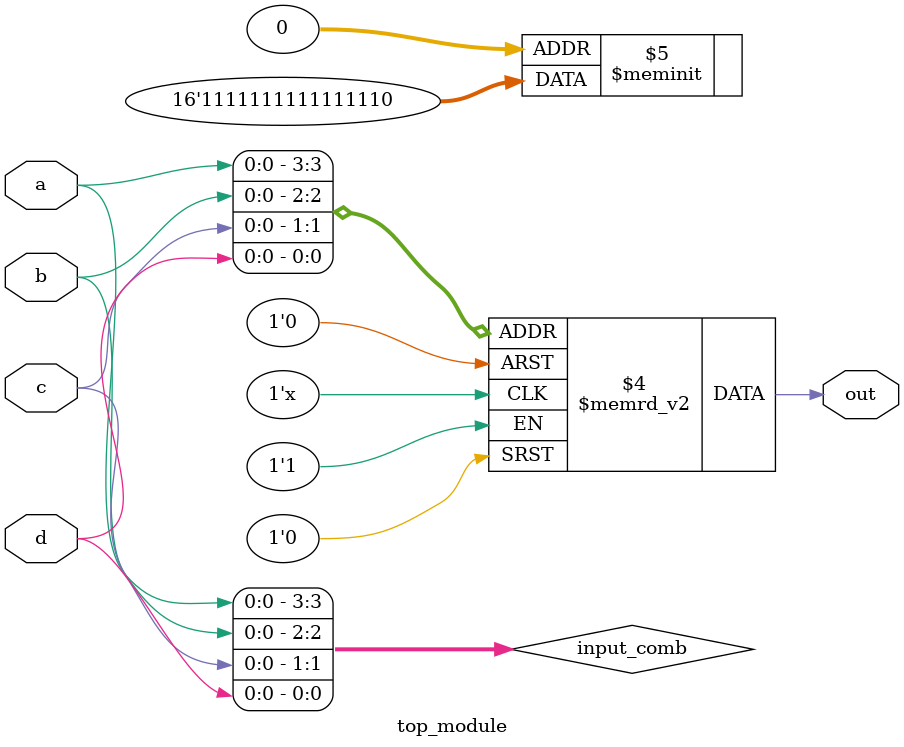
<source format=sv>
module top_module (
    input a, 
    input b,
    input c,
    input d,
    output reg out
);

// Input combination
reg [3:0] input_comb;

always @* begin
    // Combine the input bits into a 4-bit vector
    input_comb = {a, b, c, d};

    // Determine the output based on the input combination
    case(input_comb)
        4'b0000: out = 1'b0;
        4'b0001: out = 1'b1;
        4'b0010: out = 1'b1;
        4'b0011: out = 1'b1;
        4'b0100: out = 1'b1;
        4'b0101: out = 1'b1;
        4'b0110: out = 1'b1;
        4'b0111: out = 1'b1;
        4'b1000: out = 1'b1;
        4'b1001: out = 1'b1;
        4'b1010: out = 1'b1;
        4'b1011: out = 1'b1;
        4'b1100: out = 1'b1;
        4'b1101: out = 1'b1;
        4'b1110: out = 1'b1;
        4'b1111: out = 1'b1;
    endcase
end

endmodule

</source>
